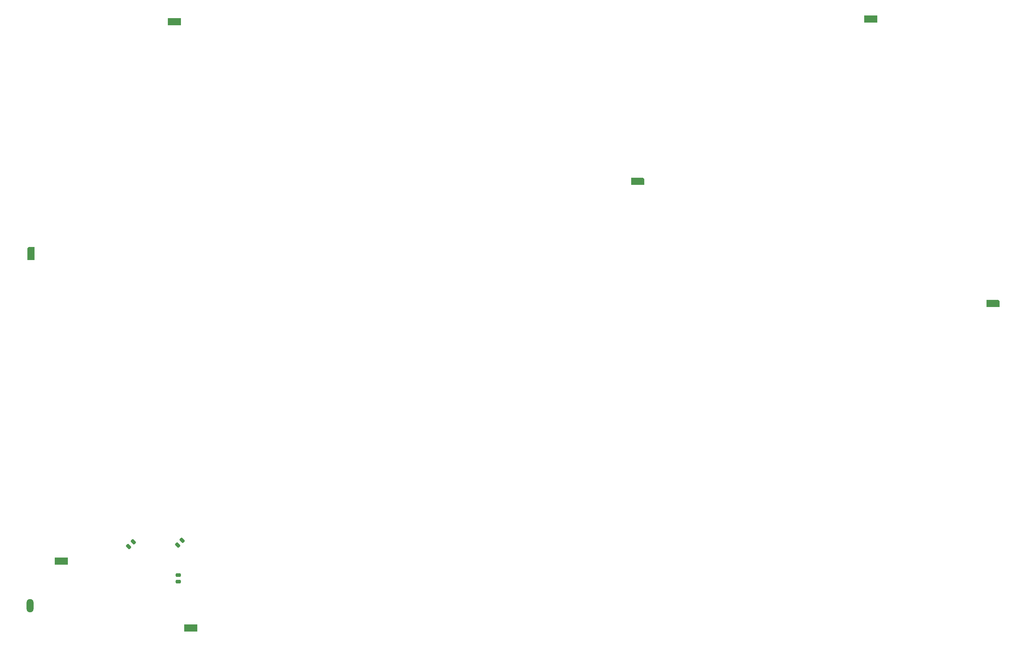
<source format=gbr>
%TF.GenerationSoftware,KiCad,Pcbnew,8.0.8-8.0.8-0~ubuntu24.04.1*%
%TF.CreationDate,2025-08-07T23:42:04-04:00*%
%TF.ProjectId,stencil,7374656e-6369-46c2-9e6b-696361645f70,rev?*%
%TF.SameCoordinates,Original*%
%TF.FileFunction,Paste,Bot*%
%TF.FilePolarity,Positive*%
%FSLAX46Y46*%
G04 Gerber Fmt 4.6, Leading zero omitted, Abs format (unit mm)*
G04 Created by KiCad (PCBNEW 8.0.8-8.0.8-0~ubuntu24.04.1) date 2025-08-07 23:42:04*
%MOMM*%
%LPD*%
G01*
G04 APERTURE LIST*
G04 Aperture macros list*
%AMRoundRect*
0 Rectangle with rounded corners*
0 $1 Rounding radius*
0 $2 $3 $4 $5 $6 $7 $8 $9 X,Y pos of 4 corners*
0 Add a 4 corners polygon primitive as box body*
4,1,4,$2,$3,$4,$5,$6,$7,$8,$9,$2,$3,0*
0 Add four circle primitives for the rounded corners*
1,1,$1+$1,$2,$3*
1,1,$1+$1,$4,$5*
1,1,$1+$1,$6,$7*
1,1,$1+$1,$8,$9*
0 Add four rect primitives between the rounded corners*
20,1,$1+$1,$2,$3,$4,$5,0*
20,1,$1+$1,$4,$5,$6,$7,0*
20,1,$1+$1,$6,$7,$8,$9,0*
20,1,$1+$1,$8,$9,$2,$3,0*%
%AMOutline5P*
0 Free polygon, 5 corners , with rotation*
0 The origin of the aperture is its center*
0 number of corners: always 5*
0 $1 to $10 corner X, Y*
0 $11 Rotation angle, in degrees counterclockwise*
0 create outline with 5 corners*
4,1,5,$1,$2,$3,$4,$5,$6,$7,$8,$9,$10,$1,$2,$11*%
%AMOutline6P*
0 Free polygon, 6 corners , with rotation*
0 The origin of the aperture is its center*
0 number of corners: always 6*
0 $1 to $12 corner X, Y*
0 $13 Rotation angle, in degrees counterclockwise*
0 create outline with 6 corners*
4,1,6,$1,$2,$3,$4,$5,$6,$7,$8,$9,$10,$11,$12,$1,$2,$13*%
%AMOutline7P*
0 Free polygon, 7 corners , with rotation*
0 The origin of the aperture is its center*
0 number of corners: always 7*
0 $1 to $14 corner X, Y*
0 $15 Rotation angle, in degrees counterclockwise*
0 create outline with 7 corners*
4,1,7,$1,$2,$3,$4,$5,$6,$7,$8,$9,$10,$11,$12,$13,$14,$1,$2,$15*%
%AMOutline8P*
0 Free polygon, 8 corners , with rotation*
0 The origin of the aperture is its center*
0 number of corners: always 8*
0 $1 to $16 corner X, Y*
0 $17 Rotation angle, in degrees counterclockwise*
0 create outline with 8 corners*
4,1,8,$1,$2,$3,$4,$5,$6,$7,$8,$9,$10,$11,$12,$13,$14,$15,$16,$1,$2,$17*%
G04 Aperture macros list end*
%ADD10R,3.800000X2.000000*%
%ADD11RoundRect,0.250000X-0.475000X0.250000X-0.475000X-0.250000X0.475000X-0.250000X0.475000X0.250000X0*%
%ADD12RoundRect,0.250000X-0.159099X0.512652X-0.512652X0.159099X0.159099X-0.512652X0.512652X-0.159099X0*%
%ADD13O,2.000000X3.800000*%
%ADD14Outline5P,-1.900000X1.000000X1.900000X1.000000X1.900000X-1.000000X-1.500000X-1.000000X-1.900000X-0.600000X180.000000*%
%ADD15Outline5P,-1.900000X1.000000X1.900000X1.000000X1.900000X-1.000000X-1.500000X-1.000000X-1.900000X-0.600000X270.000000*%
G04 APERTURE END LIST*
D10*
%TO.C,TP6*%
X61175000Y-211460000D03*
%TD*%
D11*
%TO.C,C7*%
X94400000Y-215400000D03*
X94400000Y-217299998D03*
%TD*%
D12*
%TO.C,C6*%
X81671751Y-205928249D03*
X80328249Y-207271751D03*
%TD*%
D13*
%TO.C,TP4*%
X52285000Y-224160000D03*
%TD*%
D10*
%TO.C,TP8*%
X98005000Y-230510000D03*
%TD*%
D12*
%TO.C,C8*%
X95571751Y-205478249D03*
X94228249Y-206821751D03*
%TD*%
D14*
%TO.C,3V2*%
X326237600Y-138002000D03*
%TD*%
D10*
%TO.C,GND3*%
X93319600Y-57738000D03*
%TD*%
D15*
%TO.C,3V1*%
X52552600Y-123825000D03*
%TD*%
D14*
%TO.C,3V3*%
X225145600Y-103204000D03*
%TD*%
D10*
%TO.C,GND4*%
X291439600Y-56976000D03*
%TD*%
M02*

</source>
